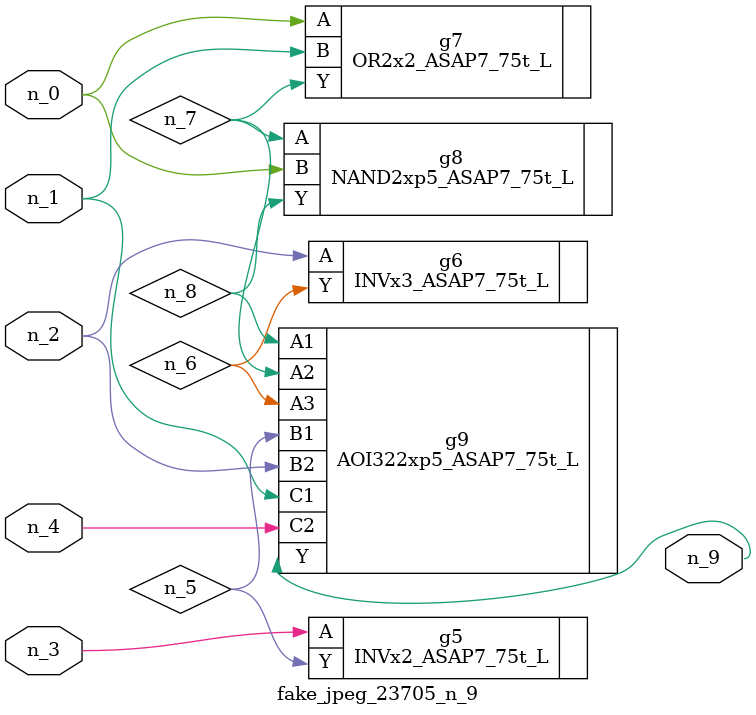
<source format=v>
module fake_jpeg_23705_n_9 (n_3, n_2, n_1, n_0, n_4, n_9);

input n_3;
input n_2;
input n_1;
input n_0;
input n_4;

output n_9;

wire n_8;
wire n_6;
wire n_5;
wire n_7;

INVx2_ASAP7_75t_L g5 ( 
.A(n_3),
.Y(n_5)
);

INVx3_ASAP7_75t_L g6 ( 
.A(n_2),
.Y(n_6)
);

OR2x2_ASAP7_75t_L g7 ( 
.A(n_0),
.B(n_1),
.Y(n_7)
);

NAND2xp5_ASAP7_75t_L g8 ( 
.A(n_7),
.B(n_0),
.Y(n_8)
);

AOI322xp5_ASAP7_75t_L g9 ( 
.A1(n_8),
.A2(n_7),
.A3(n_6),
.B1(n_5),
.B2(n_2),
.C1(n_1),
.C2(n_4),
.Y(n_9)
);


endmodule
</source>
